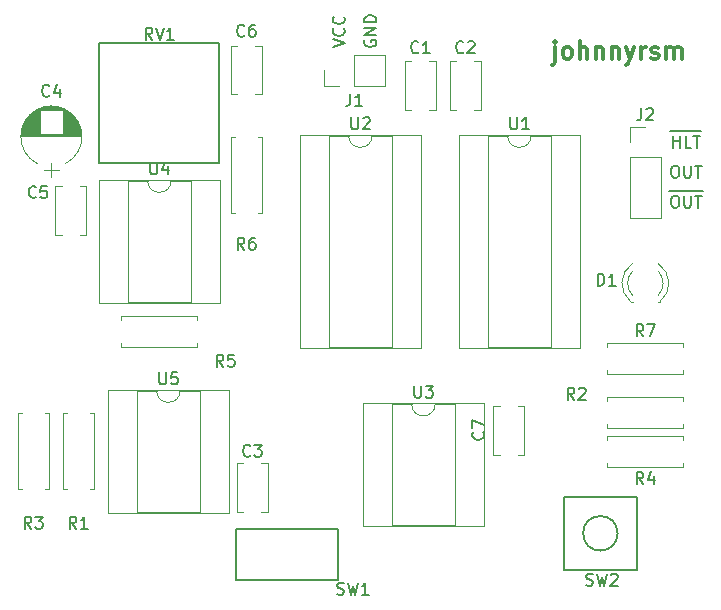
<source format=gto>
G04 #@! TF.GenerationSoftware,KiCad,Pcbnew,5.0.2-bee76a0~70~ubuntu16.04.1*
G04 #@! TF.CreationDate,2020-01-09T22:15:49-06:00*
G04 #@! TF.ProjectId,8-Bit-Computer-Clock-Module,382d4269-742d-4436-9f6d-70757465722d,rev?*
G04 #@! TF.SameCoordinates,Original*
G04 #@! TF.FileFunction,Legend,Top*
G04 #@! TF.FilePolarity,Positive*
%FSLAX46Y46*%
G04 Gerber Fmt 4.6, Leading zero omitted, Abs format (unit mm)*
G04 Created by KiCad (PCBNEW 5.0.2-bee76a0~70~ubuntu16.04.1) date jue 09 ene 2020 22:15:49 CST*
%MOMM*%
%LPD*%
G01*
G04 APERTURE LIST*
%ADD10C,0.150000*%
%ADD11C,0.300000*%
%ADD12C,0.120000*%
%ADD13C,0.203200*%
G04 APERTURE END LIST*
D10*
X119769000Y-80009904D02*
X119721380Y-80105142D01*
X119721380Y-80248000D01*
X119769000Y-80390857D01*
X119864238Y-80486095D01*
X119959476Y-80533714D01*
X120149952Y-80581333D01*
X120292809Y-80581333D01*
X120483285Y-80533714D01*
X120578523Y-80486095D01*
X120673761Y-80390857D01*
X120721380Y-80248000D01*
X120721380Y-80152761D01*
X120673761Y-80009904D01*
X120626142Y-79962285D01*
X120292809Y-79962285D01*
X120292809Y-80152761D01*
X120721380Y-79533714D02*
X119721380Y-79533714D01*
X120721380Y-78962285D01*
X119721380Y-78962285D01*
X120721380Y-78486095D02*
X119721380Y-78486095D01*
X119721380Y-78248000D01*
X119769000Y-78105142D01*
X119864238Y-78009904D01*
X119959476Y-77962285D01*
X120149952Y-77914666D01*
X120292809Y-77914666D01*
X120483285Y-77962285D01*
X120578523Y-78009904D01*
X120673761Y-78105142D01*
X120721380Y-78248000D01*
X120721380Y-78486095D01*
X117054380Y-80581333D02*
X118054380Y-80248000D01*
X117054380Y-79914666D01*
X117959142Y-79009904D02*
X118006761Y-79057523D01*
X118054380Y-79200380D01*
X118054380Y-79295619D01*
X118006761Y-79438476D01*
X117911523Y-79533714D01*
X117816285Y-79581333D01*
X117625809Y-79628952D01*
X117482952Y-79628952D01*
X117292476Y-79581333D01*
X117197238Y-79533714D01*
X117102000Y-79438476D01*
X117054380Y-79295619D01*
X117054380Y-79200380D01*
X117102000Y-79057523D01*
X117149619Y-79009904D01*
X117959142Y-78009904D02*
X118006761Y-78057523D01*
X118054380Y-78200380D01*
X118054380Y-78295619D01*
X118006761Y-78438476D01*
X117911523Y-78533714D01*
X117816285Y-78581333D01*
X117625809Y-78628952D01*
X117482952Y-78628952D01*
X117292476Y-78581333D01*
X117197238Y-78533714D01*
X117102000Y-78438476D01*
X117054380Y-78295619D01*
X117054380Y-78200380D01*
X117102000Y-78057523D01*
X117149619Y-78009904D01*
X145510428Y-92811000D02*
X146558047Y-92811000D01*
X145939000Y-93178380D02*
X146129476Y-93178380D01*
X146224714Y-93226000D01*
X146319952Y-93321238D01*
X146367571Y-93511714D01*
X146367571Y-93845047D01*
X146319952Y-94035523D01*
X146224714Y-94130761D01*
X146129476Y-94178380D01*
X145939000Y-94178380D01*
X145843761Y-94130761D01*
X145748523Y-94035523D01*
X145700904Y-93845047D01*
X145700904Y-93511714D01*
X145748523Y-93321238D01*
X145843761Y-93226000D01*
X145939000Y-93178380D01*
X146558047Y-92811000D02*
X147605666Y-92811000D01*
X146796142Y-93178380D02*
X146796142Y-93987904D01*
X146843761Y-94083142D01*
X146891380Y-94130761D01*
X146986619Y-94178380D01*
X147177095Y-94178380D01*
X147272333Y-94130761D01*
X147319952Y-94083142D01*
X147367571Y-93987904D01*
X147367571Y-93178380D01*
X147605666Y-92811000D02*
X148367571Y-92811000D01*
X147700904Y-93178380D02*
X148272333Y-93178380D01*
X147986619Y-94178380D02*
X147986619Y-93178380D01*
X145939000Y-90638380D02*
X146129476Y-90638380D01*
X146224714Y-90686000D01*
X146319952Y-90781238D01*
X146367571Y-90971714D01*
X146367571Y-91305047D01*
X146319952Y-91495523D01*
X146224714Y-91590761D01*
X146129476Y-91638380D01*
X145939000Y-91638380D01*
X145843761Y-91590761D01*
X145748523Y-91495523D01*
X145700904Y-91305047D01*
X145700904Y-90971714D01*
X145748523Y-90781238D01*
X145843761Y-90686000D01*
X145939000Y-90638380D01*
X146796142Y-90638380D02*
X146796142Y-91447904D01*
X146843761Y-91543142D01*
X146891380Y-91590761D01*
X146986619Y-91638380D01*
X147177095Y-91638380D01*
X147272333Y-91590761D01*
X147319952Y-91543142D01*
X147367571Y-91447904D01*
X147367571Y-90638380D01*
X147700904Y-90638380D02*
X148272333Y-90638380D01*
X147986619Y-91638380D02*
X147986619Y-90638380D01*
X145629476Y-87731000D02*
X146677095Y-87731000D01*
X145867571Y-89098380D02*
X145867571Y-88098380D01*
X145867571Y-88574571D02*
X146439000Y-88574571D01*
X146439000Y-89098380D02*
X146439000Y-88098380D01*
X146677095Y-87731000D02*
X147486619Y-87731000D01*
X147391380Y-89098380D02*
X146915190Y-89098380D01*
X146915190Y-88098380D01*
X147486619Y-87731000D02*
X148248523Y-87731000D01*
X147581857Y-88098380D02*
X148153285Y-88098380D01*
X147867571Y-89098380D02*
X147867571Y-88098380D01*
D11*
X135866857Y-80577571D02*
X135866857Y-81863285D01*
X135795428Y-82006142D01*
X135652571Y-82077571D01*
X135581142Y-82077571D01*
X135866857Y-80077571D02*
X135795428Y-80149000D01*
X135866857Y-80220428D01*
X135938285Y-80149000D01*
X135866857Y-80077571D01*
X135866857Y-80220428D01*
X136795428Y-81577571D02*
X136652571Y-81506142D01*
X136581142Y-81434714D01*
X136509714Y-81291857D01*
X136509714Y-80863285D01*
X136581142Y-80720428D01*
X136652571Y-80649000D01*
X136795428Y-80577571D01*
X137009714Y-80577571D01*
X137152571Y-80649000D01*
X137224000Y-80720428D01*
X137295428Y-80863285D01*
X137295428Y-81291857D01*
X137224000Y-81434714D01*
X137152571Y-81506142D01*
X137009714Y-81577571D01*
X136795428Y-81577571D01*
X137938285Y-81577571D02*
X137938285Y-80077571D01*
X138581142Y-81577571D02*
X138581142Y-80791857D01*
X138509714Y-80649000D01*
X138366857Y-80577571D01*
X138152571Y-80577571D01*
X138009714Y-80649000D01*
X137938285Y-80720428D01*
X139295428Y-80577571D02*
X139295428Y-81577571D01*
X139295428Y-80720428D02*
X139366857Y-80649000D01*
X139509714Y-80577571D01*
X139724000Y-80577571D01*
X139866857Y-80649000D01*
X139938285Y-80791857D01*
X139938285Y-81577571D01*
X140652571Y-80577571D02*
X140652571Y-81577571D01*
X140652571Y-80720428D02*
X140724000Y-80649000D01*
X140866857Y-80577571D01*
X141081142Y-80577571D01*
X141224000Y-80649000D01*
X141295428Y-80791857D01*
X141295428Y-81577571D01*
X141866857Y-80577571D02*
X142224000Y-81577571D01*
X142581142Y-80577571D02*
X142224000Y-81577571D01*
X142081142Y-81934714D01*
X142009714Y-82006142D01*
X141866857Y-82077571D01*
X143152571Y-81577571D02*
X143152571Y-80577571D01*
X143152571Y-80863285D02*
X143224000Y-80720428D01*
X143295428Y-80649000D01*
X143438285Y-80577571D01*
X143581142Y-80577571D01*
X144009714Y-81506142D02*
X144152571Y-81577571D01*
X144438285Y-81577571D01*
X144581142Y-81506142D01*
X144652571Y-81363285D01*
X144652571Y-81291857D01*
X144581142Y-81149000D01*
X144438285Y-81077571D01*
X144224000Y-81077571D01*
X144081142Y-81006142D01*
X144009714Y-80863285D01*
X144009714Y-80791857D01*
X144081142Y-80649000D01*
X144224000Y-80577571D01*
X144438285Y-80577571D01*
X144581142Y-80649000D01*
X145295428Y-81577571D02*
X145295428Y-80577571D01*
X145295428Y-80720428D02*
X145366857Y-80649000D01*
X145509714Y-80577571D01*
X145724000Y-80577571D01*
X145866857Y-80649000D01*
X145938285Y-80791857D01*
X145938285Y-81577571D01*
X145938285Y-80791857D02*
X146009714Y-80649000D01*
X146152571Y-80577571D01*
X146366857Y-80577571D01*
X146509714Y-80649000D01*
X146581142Y-80791857D01*
X146581142Y-81577571D01*
D12*
G04 #@! TO.C,C2*
X126960000Y-85900000D02*
X126960000Y-81780000D01*
X129580000Y-85900000D02*
X129580000Y-81780000D01*
X126960000Y-85900000D02*
X127520000Y-85900000D01*
X129020000Y-85900000D02*
X129580000Y-85900000D01*
X126960000Y-81780000D02*
X127520000Y-81780000D01*
X129020000Y-81780000D02*
X129580000Y-81780000D01*
G04 #@! TO.C,C3*
X110986000Y-115816000D02*
X111546000Y-115816000D01*
X108926000Y-115816000D02*
X109486000Y-115816000D01*
X110986000Y-119936000D02*
X111546000Y-119936000D01*
X108926000Y-119936000D02*
X109486000Y-119936000D01*
X111546000Y-119936000D02*
X111546000Y-115816000D01*
X108926000Y-119936000D02*
X108926000Y-115816000D01*
G04 #@! TO.C,C5*
X95619000Y-92384500D02*
X96179000Y-92384500D01*
X93559000Y-92384500D02*
X94119000Y-92384500D01*
X95619000Y-96504500D02*
X96179000Y-96504500D01*
X93559000Y-96504500D02*
X94119000Y-96504500D01*
X96179000Y-96504500D02*
X96179000Y-92384500D01*
X93559000Y-96504500D02*
X93559000Y-92384500D01*
G04 #@! TO.C,C6*
X108978000Y-84590000D02*
X108418000Y-84590000D01*
X111038000Y-84590000D02*
X110478000Y-84590000D01*
X108978000Y-80470000D02*
X108418000Y-80470000D01*
X111038000Y-80470000D02*
X110478000Y-80470000D01*
X108418000Y-80470000D02*
X108418000Y-84590000D01*
X111038000Y-80470000D02*
X111038000Y-84590000D01*
G04 #@! TO.C,C7*
X130643000Y-115110000D02*
X130643000Y-110990000D01*
X133263000Y-115110000D02*
X133263000Y-110990000D01*
X130643000Y-115110000D02*
X131203000Y-115110000D01*
X132703000Y-115110000D02*
X133263000Y-115110000D01*
X130643000Y-110990000D02*
X131203000Y-110990000D01*
X132703000Y-110990000D02*
X133263000Y-110990000D01*
G04 #@! TO.C,D1*
X144590000Y-102144000D02*
X144746000Y-102144000D01*
X142274000Y-102144000D02*
X142430000Y-102144000D01*
X144589837Y-99542870D02*
G75*
G02X144590000Y-101624961I-1079837J-1041130D01*
G01*
X142430163Y-99542870D02*
G75*
G03X142430000Y-101624961I1079837J-1041130D01*
G01*
X144588608Y-98911665D02*
G75*
G02X144745516Y-102144000I-1078608J-1672335D01*
G01*
X142431392Y-98911665D02*
G75*
G03X142274484Y-102144000I1078608J-1672335D01*
G01*
G04 #@! TO.C,J1*
X116272000Y-83880000D02*
X116272000Y-82550000D01*
X117602000Y-83880000D02*
X116272000Y-83880000D01*
X118872000Y-83880000D02*
X118872000Y-81220000D01*
X118872000Y-81220000D02*
X121472000Y-81220000D01*
X118872000Y-83880000D02*
X121472000Y-83880000D01*
X121472000Y-83880000D02*
X121472000Y-81220000D01*
G04 #@! TO.C,J2*
X142180000Y-87316000D02*
X143510000Y-87316000D01*
X142180000Y-88646000D02*
X142180000Y-87316000D01*
X142180000Y-89916000D02*
X144840000Y-89916000D01*
X144840000Y-89916000D02*
X144840000Y-95056000D01*
X142180000Y-89916000D02*
X142180000Y-95056000D01*
X142180000Y-95056000D02*
X144840000Y-95056000D01*
G04 #@! TO.C,R1*
X94524000Y-118018000D02*
X94194000Y-118018000D01*
X94194000Y-118018000D02*
X94194000Y-111598000D01*
X94194000Y-111598000D02*
X94524000Y-111598000D01*
X96484000Y-118018000D02*
X96814000Y-118018000D01*
X96814000Y-118018000D02*
X96814000Y-111598000D01*
X96814000Y-111598000D02*
X96484000Y-111598000D01*
G04 #@! TO.C,R2*
X146720000Y-112486000D02*
X146720000Y-112816000D01*
X146720000Y-112816000D02*
X140300000Y-112816000D01*
X140300000Y-112816000D02*
X140300000Y-112486000D01*
X146720000Y-110526000D02*
X146720000Y-110196000D01*
X146720000Y-110196000D02*
X140300000Y-110196000D01*
X140300000Y-110196000D02*
X140300000Y-110526000D01*
G04 #@! TO.C,R3*
X90384000Y-118018000D02*
X90714000Y-118018000D01*
X90384000Y-111598000D02*
X90384000Y-118018000D01*
X90714000Y-111598000D02*
X90384000Y-111598000D01*
X93004000Y-118018000D02*
X92674000Y-118018000D01*
X93004000Y-111598000D02*
X93004000Y-118018000D01*
X92674000Y-111598000D02*
X93004000Y-111598000D01*
G04 #@! TO.C,R4*
X140300000Y-113498000D02*
X140300000Y-113828000D01*
X146720000Y-113498000D02*
X140300000Y-113498000D01*
X146720000Y-113828000D02*
X146720000Y-113498000D01*
X140300000Y-116118000D02*
X140300000Y-115788000D01*
X146720000Y-116118000D02*
X140300000Y-116118000D01*
X146720000Y-115788000D02*
X146720000Y-116118000D01*
G04 #@! TO.C,R5*
X105572000Y-105958000D02*
X105572000Y-105628000D01*
X99152000Y-105958000D02*
X105572000Y-105958000D01*
X99152000Y-105628000D02*
X99152000Y-105958000D01*
X105572000Y-103338000D02*
X105572000Y-103668000D01*
X99152000Y-103338000D02*
X105572000Y-103338000D01*
X99152000Y-103668000D02*
X99152000Y-103338000D01*
G04 #@! TO.C,R6*
X110708000Y-88230000D02*
X111038000Y-88230000D01*
X111038000Y-88230000D02*
X111038000Y-94650000D01*
X111038000Y-94650000D02*
X110708000Y-94650000D01*
X108748000Y-88230000D02*
X108418000Y-88230000D01*
X108418000Y-88230000D02*
X108418000Y-94650000D01*
X108418000Y-94650000D02*
X108748000Y-94650000D01*
G04 #@! TO.C,R7*
X146720000Y-108244000D02*
X146720000Y-107914000D01*
X140300000Y-108244000D02*
X146720000Y-108244000D01*
X140300000Y-107914000D02*
X140300000Y-108244000D01*
X146720000Y-105624000D02*
X146720000Y-105954000D01*
X140300000Y-105624000D02*
X146720000Y-105624000D01*
X140300000Y-105954000D02*
X140300000Y-105624000D01*
D10*
G04 #@! TO.C,RV1*
X107442000Y-90424000D02*
X97282000Y-90424000D01*
D13*
X107442000Y-90424000D02*
X107442000Y-80264000D01*
D10*
X107442000Y-80264000D02*
X97282000Y-80264000D01*
X97282000Y-80264000D02*
X97282000Y-90424000D01*
G04 #@! TO.C,SW1*
X108839000Y-121412000D02*
X117475000Y-121412000D01*
X117475000Y-121412000D02*
X117475000Y-125730000D01*
X117475000Y-125730000D02*
X108839000Y-125730000D01*
X108839000Y-125730000D02*
X108839000Y-121412000D01*
D12*
G04 #@! TO.C,U3*
X129854000Y-110751000D02*
X119574000Y-110751000D01*
X129854000Y-121151000D02*
X129854000Y-110751000D01*
X119574000Y-121151000D02*
X129854000Y-121151000D01*
X119574000Y-110751000D02*
X119574000Y-121151000D01*
X127364000Y-110811000D02*
X125714000Y-110811000D01*
X127364000Y-121091000D02*
X127364000Y-110811000D01*
X122064000Y-121091000D02*
X127364000Y-121091000D01*
X122064000Y-110811000D02*
X122064000Y-121091000D01*
X123714000Y-110811000D02*
X122064000Y-110811000D01*
X125714000Y-110811000D02*
G75*
G02X123714000Y-110811000I-1000000J0D01*
G01*
D10*
G04 #@! TO.C,SW2*
X142811500Y-124841000D02*
X136652000Y-124841000D01*
X136652000Y-124841000D02*
X136652000Y-118681500D01*
X136652000Y-118681500D02*
X142811500Y-118681500D01*
X142811500Y-118681500D02*
X142811500Y-124841000D01*
X141159398Y-121754832D02*
G75*
G03X141159398Y-121754832I-1459398J0D01*
G01*
D12*
G04 #@! TO.C,C1*
X125210000Y-81780000D02*
X125770000Y-81780000D01*
X123150000Y-81780000D02*
X123710000Y-81780000D01*
X125210000Y-85900000D02*
X125770000Y-85900000D01*
X123150000Y-85900000D02*
X123710000Y-85900000D01*
X125770000Y-85900000D02*
X125770000Y-81780000D01*
X123150000Y-85900000D02*
X123150000Y-81780000D01*
G04 #@! TO.C,C4*
X92568000Y-91008000D02*
X93868000Y-91008000D01*
X93218000Y-91608000D02*
X93218000Y-90408000D01*
X92864000Y-85597000D02*
X93572000Y-85597000D01*
X92659000Y-85637000D02*
X93777000Y-85637000D01*
X92511000Y-85677000D02*
X93925000Y-85677000D01*
X92389000Y-85717000D02*
X94047000Y-85717000D01*
X92284000Y-85757000D02*
X94152000Y-85757000D01*
X92190000Y-85797000D02*
X94246000Y-85797000D01*
X92106000Y-85837000D02*
X94330000Y-85837000D01*
X92029000Y-85877000D02*
X94407000Y-85877000D01*
X91957000Y-85917000D02*
X94479000Y-85917000D01*
X94198000Y-85957000D02*
X94545000Y-85957000D01*
X91891000Y-85957000D02*
X92238000Y-85957000D01*
X94198000Y-85997000D02*
X94608000Y-85997000D01*
X91828000Y-85997000D02*
X92238000Y-85997000D01*
X94198000Y-86037000D02*
X94666000Y-86037000D01*
X91770000Y-86037000D02*
X92238000Y-86037000D01*
X94198000Y-86077000D02*
X94722000Y-86077000D01*
X91714000Y-86077000D02*
X92238000Y-86077000D01*
X94198000Y-86117000D02*
X94774000Y-86117000D01*
X91662000Y-86117000D02*
X92238000Y-86117000D01*
X94198000Y-86157000D02*
X94824000Y-86157000D01*
X91612000Y-86157000D02*
X92238000Y-86157000D01*
X94198000Y-86197000D02*
X94872000Y-86197000D01*
X91564000Y-86197000D02*
X92238000Y-86197000D01*
X94198000Y-86237000D02*
X94917000Y-86237000D01*
X91519000Y-86237000D02*
X92238000Y-86237000D01*
X94198000Y-86277000D02*
X94960000Y-86277000D01*
X91476000Y-86277000D02*
X92238000Y-86277000D01*
X94198000Y-86317000D02*
X95001000Y-86317000D01*
X91435000Y-86317000D02*
X92238000Y-86317000D01*
X94198000Y-86357000D02*
X95041000Y-86357000D01*
X91395000Y-86357000D02*
X92238000Y-86357000D01*
X94198000Y-86397000D02*
X95079000Y-86397000D01*
X91357000Y-86397000D02*
X92238000Y-86397000D01*
X94198000Y-86437000D02*
X95115000Y-86437000D01*
X91321000Y-86437000D02*
X92238000Y-86437000D01*
X94198000Y-86477000D02*
X95150000Y-86477000D01*
X91286000Y-86477000D02*
X92238000Y-86477000D01*
X94198000Y-86517000D02*
X95183000Y-86517000D01*
X91253000Y-86517000D02*
X92238000Y-86517000D01*
X94198000Y-86557000D02*
X95215000Y-86557000D01*
X91221000Y-86557000D02*
X92238000Y-86557000D01*
X94198000Y-86597000D02*
X95246000Y-86597000D01*
X91190000Y-86597000D02*
X92238000Y-86597000D01*
X94198000Y-86637000D02*
X95276000Y-86637000D01*
X91160000Y-86637000D02*
X92238000Y-86637000D01*
X94198000Y-86677000D02*
X95304000Y-86677000D01*
X91132000Y-86677000D02*
X92238000Y-86677000D01*
X94198000Y-86717000D02*
X95331000Y-86717000D01*
X91105000Y-86717000D02*
X92238000Y-86717000D01*
X94198000Y-86757000D02*
X95358000Y-86757000D01*
X91078000Y-86757000D02*
X92238000Y-86757000D01*
X94198000Y-86797000D02*
X95383000Y-86797000D01*
X91053000Y-86797000D02*
X92238000Y-86797000D01*
X94198000Y-86837000D02*
X95407000Y-86837000D01*
X91029000Y-86837000D02*
X92238000Y-86837000D01*
X94198000Y-86877000D02*
X95430000Y-86877000D01*
X91006000Y-86877000D02*
X92238000Y-86877000D01*
X94198000Y-86917000D02*
X95452000Y-86917000D01*
X90984000Y-86917000D02*
X92238000Y-86917000D01*
X94198000Y-86957000D02*
X95474000Y-86957000D01*
X90962000Y-86957000D02*
X92238000Y-86957000D01*
X94198000Y-86997000D02*
X95494000Y-86997000D01*
X90942000Y-86997000D02*
X92238000Y-86997000D01*
X94198000Y-87037000D02*
X95514000Y-87037000D01*
X90922000Y-87037000D02*
X92238000Y-87037000D01*
X94198000Y-87077000D02*
X95533000Y-87077000D01*
X90903000Y-87077000D02*
X92238000Y-87077000D01*
X94198000Y-87117000D02*
X95551000Y-87117000D01*
X90885000Y-87117000D02*
X92238000Y-87117000D01*
X94198000Y-87157000D02*
X95568000Y-87157000D01*
X90868000Y-87157000D02*
X92238000Y-87157000D01*
X94198000Y-87197000D02*
X95584000Y-87197000D01*
X90852000Y-87197000D02*
X92238000Y-87197000D01*
X94198000Y-87237000D02*
X95600000Y-87237000D01*
X90836000Y-87237000D02*
X92238000Y-87237000D01*
X94198000Y-87277000D02*
X95614000Y-87277000D01*
X90822000Y-87277000D02*
X92238000Y-87277000D01*
X94198000Y-87317000D02*
X95628000Y-87317000D01*
X90808000Y-87317000D02*
X92238000Y-87317000D01*
X94198000Y-87357000D02*
X95642000Y-87357000D01*
X90794000Y-87357000D02*
X92238000Y-87357000D01*
X94198000Y-87397000D02*
X95654000Y-87397000D01*
X90782000Y-87397000D02*
X92238000Y-87397000D01*
X94198000Y-87437000D02*
X95666000Y-87437000D01*
X90770000Y-87437000D02*
X92238000Y-87437000D01*
X94198000Y-87478000D02*
X95678000Y-87478000D01*
X90758000Y-87478000D02*
X92238000Y-87478000D01*
X94198000Y-87518000D02*
X95688000Y-87518000D01*
X90748000Y-87518000D02*
X92238000Y-87518000D01*
X94198000Y-87558000D02*
X95698000Y-87558000D01*
X90738000Y-87558000D02*
X92238000Y-87558000D01*
X94198000Y-87598000D02*
X95707000Y-87598000D01*
X90729000Y-87598000D02*
X92238000Y-87598000D01*
X94198000Y-87638000D02*
X95716000Y-87638000D01*
X90720000Y-87638000D02*
X92238000Y-87638000D01*
X94198000Y-87678000D02*
X95724000Y-87678000D01*
X90712000Y-87678000D02*
X92238000Y-87678000D01*
X94198000Y-87718000D02*
X95731000Y-87718000D01*
X90705000Y-87718000D02*
X92238000Y-87718000D01*
X94198000Y-87758000D02*
X95737000Y-87758000D01*
X90699000Y-87758000D02*
X92238000Y-87758000D01*
X94198000Y-87798000D02*
X95743000Y-87798000D01*
X90693000Y-87798000D02*
X92238000Y-87798000D01*
X94198000Y-87838000D02*
X95749000Y-87838000D01*
X90687000Y-87838000D02*
X92238000Y-87838000D01*
X94198000Y-87878000D02*
X95753000Y-87878000D01*
X90683000Y-87878000D02*
X92238000Y-87878000D01*
X90679000Y-87918000D02*
X95757000Y-87918000D01*
X90675000Y-87958000D02*
X95761000Y-87958000D01*
X90672000Y-87998000D02*
X95764000Y-87998000D01*
X90670000Y-88038000D02*
X95766000Y-88038000D01*
X90669000Y-88078000D02*
X95767000Y-88078000D01*
X90668000Y-88118000D02*
X95768000Y-88118000D01*
X90668000Y-88158000D02*
X95768000Y-88158000D01*
X94397723Y-85852278D02*
G75*
G03X92038000Y-85852420I-1179723J-2305722D01*
G01*
X94397723Y-85852278D02*
G75*
G02X94398000Y-90463580I-1179723J-2305722D01*
G01*
X92038277Y-85852278D02*
G75*
G03X92038000Y-90463580I1179723J-2305722D01*
G01*
G04 #@! TO.C,U1*
X137982000Y-88018000D02*
X127702000Y-88018000D01*
X137982000Y-106038000D02*
X137982000Y-88018000D01*
X127702000Y-106038000D02*
X137982000Y-106038000D01*
X127702000Y-88018000D02*
X127702000Y-106038000D01*
X135492000Y-88078000D02*
X133842000Y-88078000D01*
X135492000Y-105978000D02*
X135492000Y-88078000D01*
X130192000Y-105978000D02*
X135492000Y-105978000D01*
X130192000Y-88078000D02*
X130192000Y-105978000D01*
X131842000Y-88078000D02*
X130192000Y-88078000D01*
X133842000Y-88078000D02*
G75*
G02X131842000Y-88078000I-1000000J0D01*
G01*
G04 #@! TO.C,U2*
X120380000Y-88078000D02*
G75*
G02X118380000Y-88078000I-1000000J0D01*
G01*
X118380000Y-88078000D02*
X116730000Y-88078000D01*
X116730000Y-88078000D02*
X116730000Y-105978000D01*
X116730000Y-105978000D02*
X122030000Y-105978000D01*
X122030000Y-105978000D02*
X122030000Y-88078000D01*
X122030000Y-88078000D02*
X120380000Y-88078000D01*
X114240000Y-88018000D02*
X114240000Y-106038000D01*
X114240000Y-106038000D02*
X124520000Y-106038000D01*
X124520000Y-106038000D02*
X124520000Y-88018000D01*
X124520000Y-88018000D02*
X114240000Y-88018000D01*
G04 #@! TO.C,U4*
X103362000Y-91888000D02*
G75*
G02X101362000Y-91888000I-1000000J0D01*
G01*
X101362000Y-91888000D02*
X99712000Y-91888000D01*
X99712000Y-91888000D02*
X99712000Y-102168000D01*
X99712000Y-102168000D02*
X105012000Y-102168000D01*
X105012000Y-102168000D02*
X105012000Y-91888000D01*
X105012000Y-91888000D02*
X103362000Y-91888000D01*
X97222000Y-91828000D02*
X97222000Y-102228000D01*
X97222000Y-102228000D02*
X107502000Y-102228000D01*
X107502000Y-102228000D02*
X107502000Y-91828000D01*
X107502000Y-91828000D02*
X97222000Y-91828000D01*
G04 #@! TO.C,U5*
X108264000Y-109608000D02*
X97984000Y-109608000D01*
X108264000Y-120008000D02*
X108264000Y-109608000D01*
X97984000Y-120008000D02*
X108264000Y-120008000D01*
X97984000Y-109608000D02*
X97984000Y-120008000D01*
X105774000Y-109668000D02*
X104124000Y-109668000D01*
X105774000Y-119948000D02*
X105774000Y-109668000D01*
X100474000Y-119948000D02*
X105774000Y-119948000D01*
X100474000Y-109668000D02*
X100474000Y-119948000D01*
X102124000Y-109668000D02*
X100474000Y-109668000D01*
X104124000Y-109668000D02*
G75*
G02X102124000Y-109668000I-1000000J0D01*
G01*
G04 #@! TO.C,C2*
D10*
X128103333Y-81002142D02*
X128055714Y-81049761D01*
X127912857Y-81097380D01*
X127817619Y-81097380D01*
X127674761Y-81049761D01*
X127579523Y-80954523D01*
X127531904Y-80859285D01*
X127484285Y-80668809D01*
X127484285Y-80525952D01*
X127531904Y-80335476D01*
X127579523Y-80240238D01*
X127674761Y-80145000D01*
X127817619Y-80097380D01*
X127912857Y-80097380D01*
X128055714Y-80145000D01*
X128103333Y-80192619D01*
X128484285Y-80192619D02*
X128531904Y-80145000D01*
X128627142Y-80097380D01*
X128865238Y-80097380D01*
X128960476Y-80145000D01*
X129008095Y-80192619D01*
X129055714Y-80287857D01*
X129055714Y-80383095D01*
X129008095Y-80525952D01*
X128436666Y-81097380D01*
X129055714Y-81097380D01*
G04 #@! TO.C,C3*
X110069333Y-115165142D02*
X110021714Y-115212761D01*
X109878857Y-115260380D01*
X109783619Y-115260380D01*
X109640761Y-115212761D01*
X109545523Y-115117523D01*
X109497904Y-115022285D01*
X109450285Y-114831809D01*
X109450285Y-114688952D01*
X109497904Y-114498476D01*
X109545523Y-114403238D01*
X109640761Y-114308000D01*
X109783619Y-114260380D01*
X109878857Y-114260380D01*
X110021714Y-114308000D01*
X110069333Y-114355619D01*
X110402666Y-114260380D02*
X111021714Y-114260380D01*
X110688380Y-114641333D01*
X110831238Y-114641333D01*
X110926476Y-114688952D01*
X110974095Y-114736571D01*
X111021714Y-114831809D01*
X111021714Y-115069904D01*
X110974095Y-115165142D01*
X110926476Y-115212761D01*
X110831238Y-115260380D01*
X110545523Y-115260380D01*
X110450285Y-115212761D01*
X110402666Y-115165142D01*
G04 #@! TO.C,C5*
X91908333Y-93257642D02*
X91860714Y-93305261D01*
X91717857Y-93352880D01*
X91622619Y-93352880D01*
X91479761Y-93305261D01*
X91384523Y-93210023D01*
X91336904Y-93114785D01*
X91289285Y-92924309D01*
X91289285Y-92781452D01*
X91336904Y-92590976D01*
X91384523Y-92495738D01*
X91479761Y-92400500D01*
X91622619Y-92352880D01*
X91717857Y-92352880D01*
X91860714Y-92400500D01*
X91908333Y-92448119D01*
X92813095Y-92352880D02*
X92336904Y-92352880D01*
X92289285Y-92829071D01*
X92336904Y-92781452D01*
X92432142Y-92733833D01*
X92670238Y-92733833D01*
X92765476Y-92781452D01*
X92813095Y-92829071D01*
X92860714Y-92924309D01*
X92860714Y-93162404D01*
X92813095Y-93257642D01*
X92765476Y-93305261D01*
X92670238Y-93352880D01*
X92432142Y-93352880D01*
X92336904Y-93305261D01*
X92289285Y-93257642D01*
G04 #@! TO.C,C6*
X109561333Y-79605142D02*
X109513714Y-79652761D01*
X109370857Y-79700380D01*
X109275619Y-79700380D01*
X109132761Y-79652761D01*
X109037523Y-79557523D01*
X108989904Y-79462285D01*
X108942285Y-79271809D01*
X108942285Y-79128952D01*
X108989904Y-78938476D01*
X109037523Y-78843238D01*
X109132761Y-78748000D01*
X109275619Y-78700380D01*
X109370857Y-78700380D01*
X109513714Y-78748000D01*
X109561333Y-78795619D01*
X110418476Y-78700380D02*
X110228000Y-78700380D01*
X110132761Y-78748000D01*
X110085142Y-78795619D01*
X109989904Y-78938476D01*
X109942285Y-79128952D01*
X109942285Y-79509904D01*
X109989904Y-79605142D01*
X110037523Y-79652761D01*
X110132761Y-79700380D01*
X110323238Y-79700380D01*
X110418476Y-79652761D01*
X110466095Y-79605142D01*
X110513714Y-79509904D01*
X110513714Y-79271809D01*
X110466095Y-79176571D01*
X110418476Y-79128952D01*
X110323238Y-79081333D01*
X110132761Y-79081333D01*
X110037523Y-79128952D01*
X109989904Y-79176571D01*
X109942285Y-79271809D01*
G04 #@! TO.C,C7*
X129770142Y-113196666D02*
X129817761Y-113244285D01*
X129865380Y-113387142D01*
X129865380Y-113482380D01*
X129817761Y-113625238D01*
X129722523Y-113720476D01*
X129627285Y-113768095D01*
X129436809Y-113815714D01*
X129293952Y-113815714D01*
X129103476Y-113768095D01*
X129008238Y-113720476D01*
X128913000Y-113625238D01*
X128865380Y-113482380D01*
X128865380Y-113387142D01*
X128913000Y-113244285D01*
X128960619Y-113196666D01*
X128865380Y-112863333D02*
X128865380Y-112196666D01*
X129865380Y-112625238D01*
G04 #@! TO.C,D1*
X139469904Y-100782380D02*
X139469904Y-99782380D01*
X139708000Y-99782380D01*
X139850857Y-99830000D01*
X139946095Y-99925238D01*
X139993714Y-100020476D01*
X140041333Y-100210952D01*
X140041333Y-100353809D01*
X139993714Y-100544285D01*
X139946095Y-100639523D01*
X139850857Y-100734761D01*
X139708000Y-100782380D01*
X139469904Y-100782380D01*
X140993714Y-100782380D02*
X140422285Y-100782380D01*
X140708000Y-100782380D02*
X140708000Y-99782380D01*
X140612761Y-99925238D01*
X140517523Y-100020476D01*
X140422285Y-100068095D01*
G04 #@! TO.C,J1*
X118538666Y-84542380D02*
X118538666Y-85256666D01*
X118491047Y-85399523D01*
X118395809Y-85494761D01*
X118252952Y-85542380D01*
X118157714Y-85542380D01*
X119538666Y-85542380D02*
X118967238Y-85542380D01*
X119252952Y-85542380D02*
X119252952Y-84542380D01*
X119157714Y-84685238D01*
X119062476Y-84780476D01*
X118967238Y-84828095D01*
G04 #@! TO.C,J2*
X143176666Y-85768380D02*
X143176666Y-86482666D01*
X143129047Y-86625523D01*
X143033809Y-86720761D01*
X142890952Y-86768380D01*
X142795714Y-86768380D01*
X143605238Y-85863619D02*
X143652857Y-85816000D01*
X143748095Y-85768380D01*
X143986190Y-85768380D01*
X144081428Y-85816000D01*
X144129047Y-85863619D01*
X144176666Y-85958857D01*
X144176666Y-86054095D01*
X144129047Y-86196952D01*
X143557619Y-86768380D01*
X144176666Y-86768380D01*
G04 #@! TO.C,R1*
X95337333Y-121356380D02*
X95004000Y-120880190D01*
X94765904Y-121356380D02*
X94765904Y-120356380D01*
X95146857Y-120356380D01*
X95242095Y-120404000D01*
X95289714Y-120451619D01*
X95337333Y-120546857D01*
X95337333Y-120689714D01*
X95289714Y-120784952D01*
X95242095Y-120832571D01*
X95146857Y-120880190D01*
X94765904Y-120880190D01*
X96289714Y-121356380D02*
X95718285Y-121356380D01*
X96004000Y-121356380D02*
X96004000Y-120356380D01*
X95908761Y-120499238D01*
X95813523Y-120594476D01*
X95718285Y-120642095D01*
G04 #@! TO.C,R2*
X137501333Y-110434380D02*
X137168000Y-109958190D01*
X136929904Y-110434380D02*
X136929904Y-109434380D01*
X137310857Y-109434380D01*
X137406095Y-109482000D01*
X137453714Y-109529619D01*
X137501333Y-109624857D01*
X137501333Y-109767714D01*
X137453714Y-109862952D01*
X137406095Y-109910571D01*
X137310857Y-109958190D01*
X136929904Y-109958190D01*
X137882285Y-109529619D02*
X137929904Y-109482000D01*
X138025142Y-109434380D01*
X138263238Y-109434380D01*
X138358476Y-109482000D01*
X138406095Y-109529619D01*
X138453714Y-109624857D01*
X138453714Y-109720095D01*
X138406095Y-109862952D01*
X137834666Y-110434380D01*
X138453714Y-110434380D01*
G04 #@! TO.C,R3*
X91527333Y-121356380D02*
X91194000Y-120880190D01*
X90955904Y-121356380D02*
X90955904Y-120356380D01*
X91336857Y-120356380D01*
X91432095Y-120404000D01*
X91479714Y-120451619D01*
X91527333Y-120546857D01*
X91527333Y-120689714D01*
X91479714Y-120784952D01*
X91432095Y-120832571D01*
X91336857Y-120880190D01*
X90955904Y-120880190D01*
X91860666Y-120356380D02*
X92479714Y-120356380D01*
X92146380Y-120737333D01*
X92289238Y-120737333D01*
X92384476Y-120784952D01*
X92432095Y-120832571D01*
X92479714Y-120927809D01*
X92479714Y-121165904D01*
X92432095Y-121261142D01*
X92384476Y-121308761D01*
X92289238Y-121356380D01*
X92003523Y-121356380D01*
X91908285Y-121308761D01*
X91860666Y-121261142D01*
G04 #@! TO.C,R4*
X143343333Y-117570380D02*
X143010000Y-117094190D01*
X142771904Y-117570380D02*
X142771904Y-116570380D01*
X143152857Y-116570380D01*
X143248095Y-116618000D01*
X143295714Y-116665619D01*
X143343333Y-116760857D01*
X143343333Y-116903714D01*
X143295714Y-116998952D01*
X143248095Y-117046571D01*
X143152857Y-117094190D01*
X142771904Y-117094190D01*
X144200476Y-116903714D02*
X144200476Y-117570380D01*
X143962380Y-116522761D02*
X143724285Y-117237047D01*
X144343333Y-117237047D01*
G04 #@! TO.C,R5*
X107783333Y-107640380D02*
X107450000Y-107164190D01*
X107211904Y-107640380D02*
X107211904Y-106640380D01*
X107592857Y-106640380D01*
X107688095Y-106688000D01*
X107735714Y-106735619D01*
X107783333Y-106830857D01*
X107783333Y-106973714D01*
X107735714Y-107068952D01*
X107688095Y-107116571D01*
X107592857Y-107164190D01*
X107211904Y-107164190D01*
X108688095Y-106640380D02*
X108211904Y-106640380D01*
X108164285Y-107116571D01*
X108211904Y-107068952D01*
X108307142Y-107021333D01*
X108545238Y-107021333D01*
X108640476Y-107068952D01*
X108688095Y-107116571D01*
X108735714Y-107211809D01*
X108735714Y-107449904D01*
X108688095Y-107545142D01*
X108640476Y-107592761D01*
X108545238Y-107640380D01*
X108307142Y-107640380D01*
X108211904Y-107592761D01*
X108164285Y-107545142D01*
G04 #@! TO.C,R6*
X109561333Y-97734380D02*
X109228000Y-97258190D01*
X108989904Y-97734380D02*
X108989904Y-96734380D01*
X109370857Y-96734380D01*
X109466095Y-96782000D01*
X109513714Y-96829619D01*
X109561333Y-96924857D01*
X109561333Y-97067714D01*
X109513714Y-97162952D01*
X109466095Y-97210571D01*
X109370857Y-97258190D01*
X108989904Y-97258190D01*
X110418476Y-96734380D02*
X110228000Y-96734380D01*
X110132761Y-96782000D01*
X110085142Y-96829619D01*
X109989904Y-96972476D01*
X109942285Y-97162952D01*
X109942285Y-97543904D01*
X109989904Y-97639142D01*
X110037523Y-97686761D01*
X110132761Y-97734380D01*
X110323238Y-97734380D01*
X110418476Y-97686761D01*
X110466095Y-97639142D01*
X110513714Y-97543904D01*
X110513714Y-97305809D01*
X110466095Y-97210571D01*
X110418476Y-97162952D01*
X110323238Y-97115333D01*
X110132761Y-97115333D01*
X110037523Y-97162952D01*
X109989904Y-97210571D01*
X109942285Y-97305809D01*
G04 #@! TO.C,R7*
X143343333Y-105076380D02*
X143010000Y-104600190D01*
X142771904Y-105076380D02*
X142771904Y-104076380D01*
X143152857Y-104076380D01*
X143248095Y-104124000D01*
X143295714Y-104171619D01*
X143343333Y-104266857D01*
X143343333Y-104409714D01*
X143295714Y-104504952D01*
X143248095Y-104552571D01*
X143152857Y-104600190D01*
X142771904Y-104600190D01*
X143676666Y-104076380D02*
X144343333Y-104076380D01*
X143914761Y-105076380D01*
G04 #@! TO.C,RV1*
X101766761Y-79954380D02*
X101433428Y-79478190D01*
X101195333Y-79954380D02*
X101195333Y-78954380D01*
X101576285Y-78954380D01*
X101671523Y-79002000D01*
X101719142Y-79049619D01*
X101766761Y-79144857D01*
X101766761Y-79287714D01*
X101719142Y-79382952D01*
X101671523Y-79430571D01*
X101576285Y-79478190D01*
X101195333Y-79478190D01*
X102052476Y-78954380D02*
X102385809Y-79954380D01*
X102719142Y-78954380D01*
X103576285Y-79954380D02*
X103004857Y-79954380D01*
X103290571Y-79954380D02*
X103290571Y-78954380D01*
X103195333Y-79097238D01*
X103100095Y-79192476D01*
X103004857Y-79240095D01*
G04 #@! TO.C,SW1*
X117411666Y-126896761D02*
X117554523Y-126944380D01*
X117792619Y-126944380D01*
X117887857Y-126896761D01*
X117935476Y-126849142D01*
X117983095Y-126753904D01*
X117983095Y-126658666D01*
X117935476Y-126563428D01*
X117887857Y-126515809D01*
X117792619Y-126468190D01*
X117602142Y-126420571D01*
X117506904Y-126372952D01*
X117459285Y-126325333D01*
X117411666Y-126230095D01*
X117411666Y-126134857D01*
X117459285Y-126039619D01*
X117506904Y-125992000D01*
X117602142Y-125944380D01*
X117840238Y-125944380D01*
X117983095Y-125992000D01*
X118316428Y-125944380D02*
X118554523Y-126944380D01*
X118745000Y-126230095D01*
X118935476Y-126944380D01*
X119173571Y-125944380D01*
X120078333Y-126944380D02*
X119506904Y-126944380D01*
X119792619Y-126944380D02*
X119792619Y-125944380D01*
X119697380Y-126087238D01*
X119602142Y-126182476D01*
X119506904Y-126230095D01*
G04 #@! TO.C,U3*
X123952095Y-109263380D02*
X123952095Y-110072904D01*
X123999714Y-110168142D01*
X124047333Y-110215761D01*
X124142571Y-110263380D01*
X124333047Y-110263380D01*
X124428285Y-110215761D01*
X124475904Y-110168142D01*
X124523523Y-110072904D01*
X124523523Y-109263380D01*
X124904476Y-109263380D02*
X125523523Y-109263380D01*
X125190190Y-109644333D01*
X125333047Y-109644333D01*
X125428285Y-109691952D01*
X125475904Y-109739571D01*
X125523523Y-109834809D01*
X125523523Y-110072904D01*
X125475904Y-110168142D01*
X125428285Y-110215761D01*
X125333047Y-110263380D01*
X125047333Y-110263380D01*
X124952095Y-110215761D01*
X124904476Y-110168142D01*
G04 #@! TO.C,SW2*
X138493666Y-126134761D02*
X138636523Y-126182380D01*
X138874619Y-126182380D01*
X138969857Y-126134761D01*
X139017476Y-126087142D01*
X139065095Y-125991904D01*
X139065095Y-125896666D01*
X139017476Y-125801428D01*
X138969857Y-125753809D01*
X138874619Y-125706190D01*
X138684142Y-125658571D01*
X138588904Y-125610952D01*
X138541285Y-125563333D01*
X138493666Y-125468095D01*
X138493666Y-125372857D01*
X138541285Y-125277619D01*
X138588904Y-125230000D01*
X138684142Y-125182380D01*
X138922238Y-125182380D01*
X139065095Y-125230000D01*
X139398428Y-125182380D02*
X139636523Y-126182380D01*
X139827000Y-125468095D01*
X140017476Y-126182380D01*
X140255571Y-125182380D01*
X140588904Y-125277619D02*
X140636523Y-125230000D01*
X140731761Y-125182380D01*
X140969857Y-125182380D01*
X141065095Y-125230000D01*
X141112714Y-125277619D01*
X141160333Y-125372857D01*
X141160333Y-125468095D01*
X141112714Y-125610952D01*
X140541285Y-126182380D01*
X141160333Y-126182380D01*
G04 #@! TO.C,C1*
X124293333Y-81002142D02*
X124245714Y-81049761D01*
X124102857Y-81097380D01*
X124007619Y-81097380D01*
X123864761Y-81049761D01*
X123769523Y-80954523D01*
X123721904Y-80859285D01*
X123674285Y-80668809D01*
X123674285Y-80525952D01*
X123721904Y-80335476D01*
X123769523Y-80240238D01*
X123864761Y-80145000D01*
X124007619Y-80097380D01*
X124102857Y-80097380D01*
X124245714Y-80145000D01*
X124293333Y-80192619D01*
X125245714Y-81097380D02*
X124674285Y-81097380D01*
X124960000Y-81097380D02*
X124960000Y-80097380D01*
X124864761Y-80240238D01*
X124769523Y-80335476D01*
X124674285Y-80383095D01*
G04 #@! TO.C,C4*
X93051333Y-84685142D02*
X93003714Y-84732761D01*
X92860857Y-84780380D01*
X92765619Y-84780380D01*
X92622761Y-84732761D01*
X92527523Y-84637523D01*
X92479904Y-84542285D01*
X92432285Y-84351809D01*
X92432285Y-84208952D01*
X92479904Y-84018476D01*
X92527523Y-83923238D01*
X92622761Y-83828000D01*
X92765619Y-83780380D01*
X92860857Y-83780380D01*
X93003714Y-83828000D01*
X93051333Y-83875619D01*
X93908476Y-84113714D02*
X93908476Y-84780380D01*
X93670380Y-83732761D02*
X93432285Y-84447047D01*
X94051333Y-84447047D01*
G04 #@! TO.C,U1*
X132080095Y-86530380D02*
X132080095Y-87339904D01*
X132127714Y-87435142D01*
X132175333Y-87482761D01*
X132270571Y-87530380D01*
X132461047Y-87530380D01*
X132556285Y-87482761D01*
X132603904Y-87435142D01*
X132651523Y-87339904D01*
X132651523Y-86530380D01*
X133651523Y-87530380D02*
X133080095Y-87530380D01*
X133365809Y-87530380D02*
X133365809Y-86530380D01*
X133270571Y-86673238D01*
X133175333Y-86768476D01*
X133080095Y-86816095D01*
G04 #@! TO.C,U2*
X118618095Y-86530380D02*
X118618095Y-87339904D01*
X118665714Y-87435142D01*
X118713333Y-87482761D01*
X118808571Y-87530380D01*
X118999047Y-87530380D01*
X119094285Y-87482761D01*
X119141904Y-87435142D01*
X119189523Y-87339904D01*
X119189523Y-86530380D01*
X119618095Y-86625619D02*
X119665714Y-86578000D01*
X119760952Y-86530380D01*
X119999047Y-86530380D01*
X120094285Y-86578000D01*
X120141904Y-86625619D01*
X120189523Y-86720857D01*
X120189523Y-86816095D01*
X120141904Y-86958952D01*
X119570476Y-87530380D01*
X120189523Y-87530380D01*
G04 #@! TO.C,U4*
X101600095Y-90340380D02*
X101600095Y-91149904D01*
X101647714Y-91245142D01*
X101695333Y-91292761D01*
X101790571Y-91340380D01*
X101981047Y-91340380D01*
X102076285Y-91292761D01*
X102123904Y-91245142D01*
X102171523Y-91149904D01*
X102171523Y-90340380D01*
X103076285Y-90673714D02*
X103076285Y-91340380D01*
X102838190Y-90292761D02*
X102600095Y-91007047D01*
X103219142Y-91007047D01*
G04 #@! TO.C,U5*
X102362095Y-108120380D02*
X102362095Y-108929904D01*
X102409714Y-109025142D01*
X102457333Y-109072761D01*
X102552571Y-109120380D01*
X102743047Y-109120380D01*
X102838285Y-109072761D01*
X102885904Y-109025142D01*
X102933523Y-108929904D01*
X102933523Y-108120380D01*
X103885904Y-108120380D02*
X103409714Y-108120380D01*
X103362095Y-108596571D01*
X103409714Y-108548952D01*
X103504952Y-108501333D01*
X103743047Y-108501333D01*
X103838285Y-108548952D01*
X103885904Y-108596571D01*
X103933523Y-108691809D01*
X103933523Y-108929904D01*
X103885904Y-109025142D01*
X103838285Y-109072761D01*
X103743047Y-109120380D01*
X103504952Y-109120380D01*
X103409714Y-109072761D01*
X103362095Y-109025142D01*
G04 #@! TD*
M02*

</source>
